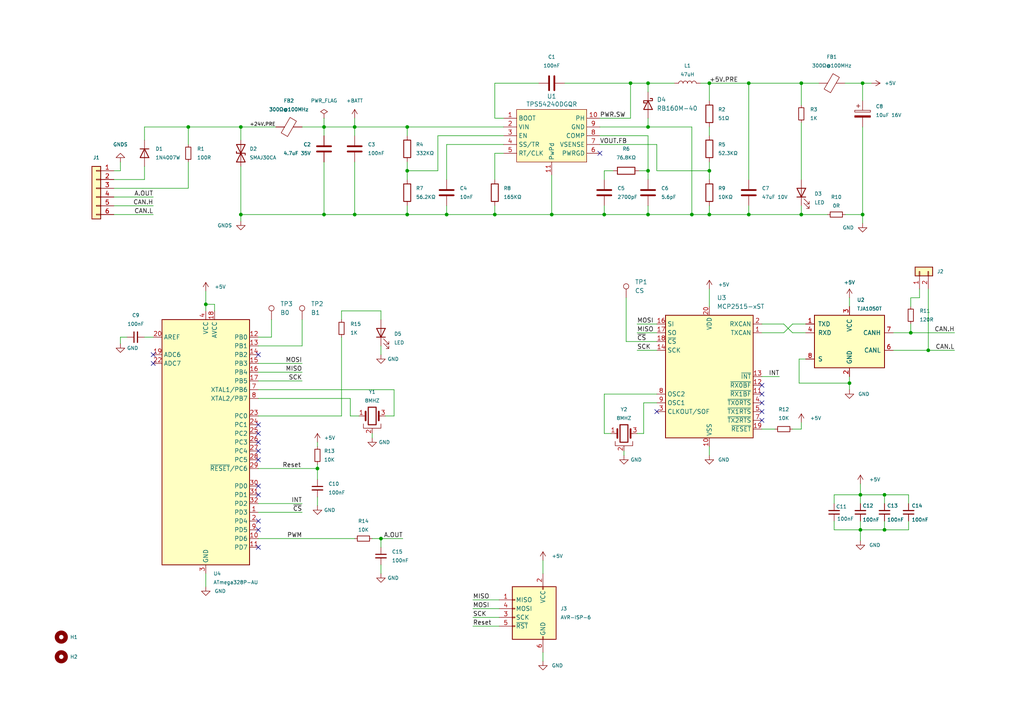
<source format=kicad_sch>
(kicad_sch (version 20231120) (generator "eeschema") (generator_version "8.0")
  (paper "A4")
  (lib_symbols
    (symbol "Arduino_Emulator-rescue:ATmega328P-AU-MCU_Microchip_ATmega-adBlue-rescue"
      (property "Reference" "U" (at -12.7 36.83 0))
      (property "Value" "ATmega328P-AU-MCU_Microchip_ATmega-adBlue-rescue" (at 2.54 -36.83 0))
      (symbol "ATmega328P-AU-MCU_Microchip_ATmega-adBlue-rescue_1_1"
        (pin tri_state line (at 15.24 -20.32 180) (length 2.54) (name "PD3") (number "1"))
        (pin tri_state line (at 15.24 -27.94 180) (length 2.54) (name "PD6") (number "10"))
        (pin tri_state line (at 15.24 -30.48 180) (length 2.54) (name "PD7") (number "11"))
        (pin tri_state line (at 15.24 30.48 180) (length 2.54) (name "PB0") (number "12"))
        (pin tri_state line (at 15.24 27.94 180) (length 2.54) (name "PB1") (number "13"))
        (pin tri_state line (at 15.24 25.4 180) (length 2.54) (name "PB2") (number "14"))
        (pin tri_state line (at 15.24 22.86 180) (length 2.54) (name "PB3") (number "15"))
        (pin tri_state line (at 15.24 20.32 180) (length 2.54) (name "PB4") (number "16"))
        (pin tri_state line (at 15.24 17.78 180) (length 2.54) (name "PB5") (number "17"))
        (pin power_in line (at 2.54 38.1 270) (length 2.54) (name "AVCC") (number "18"))
        (pin input line (at -15.24 25.4 0) (length 2.54) (name "ADC6") (number "19"))
        (pin tri_state line (at 15.24 -22.86 180) (length 2.54) (name "PD4") (number "2"))
        (pin passive line (at -15.24 30.48 0) (length 2.54) (name "AREF") (number "20"))
        (pin passive line (at 0 -38.1 90) (length 2.54) hide (name "GND") (number "21"))
        (pin input line (at -15.24 22.86 0) (length 2.54) (name "ADC7") (number "22"))
        (pin tri_state line (at 15.24 7.62 180) (length 2.54) (name "PC0") (number "23"))
        (pin tri_state line (at 15.24 5.08 180) (length 2.54) (name "PC1") (number "24"))
        (pin tri_state line (at 15.24 2.54 180) (length 2.54) (name "PC2") (number "25"))
        (pin tri_state line (at 15.24 0 180) (length 2.54) (name "PC3") (number "26"))
        (pin tri_state line (at 15.24 -2.54 180) (length 2.54) (name "PC4") (number "27"))
        (pin tri_state line (at 15.24 -5.08 180) (length 2.54) (name "PC5") (number "28"))
        (pin tri_state line (at 15.24 -7.62 180) (length 2.54) (name "~{RESET}/PC6") (number "29"))
        (pin power_in line (at 0 -38.1 90) (length 2.54) (name "GND") (number "3"))
        (pin tri_state line (at 15.24 -12.7 180) (length 2.54) (name "PD0") (number "30"))
        (pin tri_state line (at 15.24 -15.24 180) (length 2.54) (name "PD1") (number "31"))
        (pin tri_state line (at 15.24 -17.78 180) (length 2.54) (name "PD2") (number "32"))
        (pin power_in line (at 0 38.1 270) (length 2.54) (name "VCC") (number "4"))
        (pin passive line (at 0 -38.1 90) (length 2.54) hide (name "GND") (number "5"))
        (pin passive line (at 0 38.1 270) (length 2.54) hide (name "VCC") (number "6"))
        (pin tri_state line (at 15.24 15.24 180) (length 2.54) (name "XTAL1/PB6") (number "7"))
        (pin tri_state line (at 15.24 12.7 180) (length 2.54) (name "XTAL2/PB7") (number "8"))
        (pin tri_state line (at 15.24 -25.4 180) (length 2.54) (name "PD5") (number "9"))
      )
    )
    (symbol "Arduino_Emulator-rescue:AVR-ISP-6-Connector-adBlue-rescue" (pin_names (offset 1.016))
      (property "Reference" "J" (at 0 10.16 0))
      (property "Value" "AVR-ISP-6-Connector-adBlue-rescue" (at 0 -7.62 0))
      (symbol "AVR-ISP-6-Connector-adBlue-rescue_1_1"
        (pin passive line (at 10.16 5.08 180) (length 3.81) (name "MISO") (number "1"))
        (pin power_in line (at -2.54 12.7 270) (length 3.81) (name "VCC") (number "2"))
        (pin passive line (at 10.16 0 180) (length 3.81) (name "SCK") (number "3"))
        (pin passive line (at 10.16 2.54 180) (length 3.81) (name "MOSI") (number "4"))
        (pin passive line (at 10.16 -2.54 180) (length 3.81) (name "~{RST}") (number "5"))
        (pin power_in line (at -2.54 -10.16 90) (length 3.81) (name "GND") (number "6"))
      )
    )
    (symbol "Connector:TestPoint" (pin_numbers hide) (pin_names (offset 0.762) hide)
      (property "Reference" "TP" (at 0 6.858 0))
      (property "Value" "TestPoint" (at 0 5.08 0))
      (symbol "TestPoint_1_1"
        (pin passive line (at 0 0 90) (length 2.54) (name "1") (number "1"))
      )
    )
    (symbol "Connector_Generic:Conn_01x02" (pin_names (offset 1.016) hide)
      (property "Reference" "J" (at 0 2.54 0))
      (property "Value" "Conn_01x02" (at 0 -5.08 0))
      (symbol "Conn_01x02_1_1"
        (pin passive line (at -5.08 0 0) (length 3.81) (name "Pin_1") (number "1"))
        (pin passive line (at -5.08 -2.54 0) (length 3.81) (name "Pin_2") (number "2"))
      )
    )
    (symbol "Connector_Generic:Conn_01x06" (pin_names (offset 1.016) hide)
      (property "Reference" "J" (at 0 7.62 0))
      (property "Value" "Conn_01x06" (at 0 -10.16 0))
      (symbol "Conn_01x06_1_1"
        (pin passive line (at -5.08 5.08 0) (length 3.81) (name "Pin_1") (number "1"))
        (pin passive line (at -5.08 2.54 0) (length 3.81) (name "Pin_2") (number "2"))
        (pin passive line (at -5.08 0 0) (length 3.81) (name "Pin_3") (number "3"))
        (pin passive line (at -5.08 -2.54 0) (length 3.81) (name "Pin_4") (number "4"))
        (pin passive line (at -5.08 -5.08 0) (length 3.81) (name "Pin_5") (number "5"))
        (pin passive line (at -5.08 -7.62 0) (length 3.81) (name "Pin_6") (number "6"))
      )
    )
    (symbol "Device:C" (pin_numbers hide) (pin_names (offset 0.254))
      (property "Reference" "C" (at 0.635 2.54 0))
      (property "Value" "C" (at 0.635 -2.54 0))
      (symbol "C_1_1"
        (pin passive line (at 0 3.81 270) (length 2.794) (name "~") (number "1"))
        (pin passive line (at 0 -3.81 90) (length 2.794) (name "~") (number "2"))
      )
    )
    (symbol "Device:C_Polarized" (pin_numbers hide) (pin_names (offset 0.254))
      (property "Reference" "C" (at 0.635 2.54 0))
      (property "Value" "C_Polarized" (at 0.635 -2.54 0))
      (symbol "C_Polarized_1_1"
        (pin passive line (at 0 3.81 270) (length 2.794) (name "~") (number "1"))
        (pin passive line (at 0 -3.81 90) (length 2.794) (name "~") (number "2"))
      )
    )
    (symbol "Device:C_Small" (pin_numbers hide) (pin_names (offset 0.254) hide)
      (property "Reference" "C" (at 0.254 1.778 0))
      (property "Value" "C_Small" (at 0.254 -2.032 0))
      (symbol "C_Small_1_1"
        (pin passive line (at 0 2.54 270) (length 2.032) (name "~") (number "1"))
        (pin passive line (at 0 -2.54 90) (length 2.032) (name "~") (number "2"))
      )
    )
    (symbol "Device:Crystal_GND2" (pin_names (offset 1.016) hide)
      (property "Reference" "Y" (at 0 5.715 0))
      (property "Value" "Crystal_GND2" (at 0 3.81 0))
      (symbol "Crystal_GND2_1_1"
        (pin passive line (at -3.81 0 0) (length 1.27) (name "1") (number "1"))
        (pin passive line (at 0 -5.08 90) (length 1.27) (name "2") (number "2"))
        (pin passive line (at 3.81 0 180) (length 1.27) (name "3") (number "3"))
      )
    )
    (symbol "Device:D" (pin_numbers hide) (pin_names (offset 1.016) hide)
      (property "Reference" "D" (at 0 2.54 0))
      (property "Value" "D" (at 0 -2.54 0))
      (symbol "D_1_1"
        (pin passive line (at -3.81 0 0) (length 2.54) (name "K") (number "1"))
        (pin passive line (at 3.81 0 180) (length 2.54) (name "A") (number "2"))
      )
    )
    (symbol "Device:D_Schottky" (pin_numbers hide) (pin_names (offset 1.016) hide)
      (property "Reference" "D" (at 0 2.54 0))
      (property "Value" "D_Schottky" (at 0 -2.54 0))
      (symbol "D_Schottky_1_1"
        (pin passive line (at -3.81 0 0) (length 2.54) (name "K") (number "1"))
        (pin passive line (at 3.81 0 180) (length 2.54) (name "A") (number "2"))
      )
    )
    (symbol "Device:D_TVS" (pin_numbers hide) (pin_names (offset 1.016) hide)
      (property "Reference" "D" (at 0 2.54 0))
      (property "Value" "D_TVS" (at 0 -2.54 0))
      (symbol "D_TVS_1_1"
        (pin passive line (at -3.81 0 0) (length 2.54) (name "A1") (number "1"))
        (pin passive line (at 3.81 0 180) (length 2.54) (name "A2") (number "2"))
      )
    )
    (symbol "Device:FerriteBead" (pin_numbers hide) (pin_names (offset 0))
      (property "Reference" "FB" (at -3.81 0.635 90))
      (property "Value" "FerriteBead" (at 3.81 0 90))
      (symbol "FerriteBead_1_1"
        (pin passive line (at 0 3.81 270) (length 2.54) (name "~") (number "1"))
        (pin passive line (at 0 -3.81 90) (length 2.54) (name "~") (number "2"))
      )
    )
    (symbol "Device:L" (pin_numbers hide) (pin_names (offset 1.016) hide)
      (property "Reference" "L" (at -1.27 0 90))
      (property "Value" "L" (at 1.905 0 90))
      (symbol "L_1_1"
        (pin passive line (at 0 3.81 270) (length 1.27) (name "1") (number "1"))
        (pin passive line (at 0 -3.81 90) (length 1.27) (name "2") (number "2"))
      )
    )
    (symbol "Device:LED" (pin_numbers hide) (pin_names (offset 1.016) hide)
      (property "Reference" "D" (at 0 2.54 0))
      (property "Value" "LED" (at 0 -2.54 0))
      (symbol "LED_1_1"
        (pin passive line (at -3.81 0 0) (length 2.54) (name "K") (number "1"))
        (pin passive line (at 3.81 0 180) (length 2.54) (name "A") (number "2"))
      )
    )
    (symbol "Device:R" (pin_numbers hide) (pin_names (offset 0))
      (property "Reference" "R" (at 2.032 0 90))
      (property "Value" "R" (at 0 0 90))
      (symbol "R_1_1"
        (pin passive line (at 0 3.81 270) (length 1.27) (name "~") (number "1"))
        (pin passive line (at 0 -3.81 90) (length 1.27) (name "~") (number "2"))
      )
    )
    (symbol "Device:R_Small" (pin_numbers hide) (pin_names (offset 0.254) hide)
      (property "Reference" "R" (at 0.762 0.508 0))
      (property "Value" "R_Small" (at 0.762 -1.016 0))
      (symbol "R_Small_1_1"
        (pin passive line (at 0 2.54 270) (length 0.762) (name "~") (number "1"))
        (pin passive line (at 0 -2.54 90) (length 0.762) (name "~") (number "2"))
      )
    )
    (symbol "Interface_CAN_LIN:MCP2515-xST"
      (property "Reference" "U" (at -10.16 19.685 0))
      (property "Value" "MCP2515-xST" (at 19.05 20.32 0))
      (symbol "MCP2515-xST_1_1"
        (pin output line (at 15.24 12.7 180) (length 2.54) (name "TXCAN") (number "1"))
        (pin power_in line (at 0 -20.32 90) (length 2.54) (name "VSS") (number "10"))
        (pin output line (at 15.24 -5.08 180) (length 2.54) (name "~{RX1BF}") (number "11"))
        (pin output line (at 15.24 -2.54 180) (length 2.54) (name "~{RX0BF}") (number "12"))
        (pin output line (at 15.24 0 180) (length 2.54) (name "~{INT}") (number "13"))
        (pin input line (at -15.24 7.62 0) (length 2.54) (name "SCK") (number "14"))
        (pin no_connect line (at -12.7 -2.54 0) (length 2.54) hide (name "NC") (number "15"))
        (pin input line (at -15.24 15.24 0) (length 2.54) (name "SI") (number "16"))
        (pin output line (at -15.24 12.7 0) (length 2.54) (name "SO") (number "17"))
        (pin input line (at -15.24 10.16 0) (length 2.54) (name "~{CS}") (number "18"))
        (pin input line (at 15.24 -15.24 180) (length 2.54) (name "~{RESET}") (number "19"))
        (pin input line (at 15.24 15.24 180) (length 2.54) (name "RXCAN") (number "2"))
        (pin power_in line (at 0 20.32 270) (length 2.54) (name "VDD") (number "20"))
        (pin output line (at -15.24 -10.16 0) (length 2.54) (name "CLKOUT/SOF") (number "3"))
        (pin input line (at 15.24 -7.62 180) (length 2.54) (name "~{TX0RTS}") (number "4"))
        (pin input line (at 15.24 -10.16 180) (length 2.54) (name "~{TX1RTS}") (number "5"))
        (pin no_connect line (at -12.7 0 0) (length 2.54) hide (name "NC") (number "6"))
        (pin input line (at 15.24 -12.7 180) (length 2.54) (name "~{TX2RTS}") (number "7"))
        (pin output line (at -15.24 -5.08 0) (length 2.54) (name "OSC2") (number "8"))
        (pin input line (at -15.24 -7.62 0) (length 2.54) (name "OSC1") (number "9"))
      )
    )
    (symbol "Interface_CAN_LIN:TJA1051T" (pin_names (offset 1.016))
      (property "Reference" "U" (at -10.16 8.89 0))
      (property "Value" "TJA1051T" (at 1.27 8.89 0))
      (symbol "TJA1051T_1_1"
        (pin input line (at -12.7 5.08 0) (length 2.54) (name "TXD") (number "1"))
        (pin power_in line (at 0 -10.16 90) (length 2.54) (name "GND") (number "2"))
        (pin power_in line (at 0 10.16 270) (length 2.54) (name "VCC") (number "3"))
        (pin output line (at -12.7 2.54 0) (length 2.54) (name "RXD") (number "4"))
        (pin no_connect line (at -12.7 -2.54 0) (length 2.54) hide (name "n.c.") (number "5"))
        (pin bidirectional line (at 12.7 -2.54 180) (length 2.54) (name "CANL") (number "6"))
        (pin bidirectional line (at 12.7 2.54 180) (length 2.54) (name "CANH") (number "7"))
        (pin input line (at -12.7 -5.08 0) (length 2.54) (name "S") (number "8"))
      )
    )
    (symbol "Mechanical:MountingHole" (pin_names (offset 1.016))
      (property "Reference" "H" (at 0 5.08 0))
      (property "Value" "MountingHole" (at 0 3.175 0))
    )
    (symbol "TPS54240_StepDown:TPS54240"
      (property "Reference" "U" (at 0 9.906 0))
      (property "Value" "TPS54240DGQR" (at 0 0 0))
      (symbol "TPS54240_1_1"
        (pin input line (at -13.97 5.08 0) (length 3.81) (name "BOOT") (number "1"))
        (pin output line (at 13.97 5.08 180) (length 3.81) (name "PH") (number "10"))
        (pin power_in line (at 0 -11.43 90) (length 3.81) (name "PwPd") (number "11"))
        (pin power_in line (at -13.97 2.54 0) (length 3.81) (name "VIN") (number "2"))
        (pin input line (at -13.97 0 0) (length 3.81) (name "EN") (number "3"))
        (pin input line (at -13.97 -2.54 0) (length 3.81) (name "SS/TR") (number "4"))
        (pin input line (at -13.97 -5.08 0) (length 3.81) (name "RT/CLK") (number "5"))
        (pin open_collector line (at 13.97 -5.08 180) (length 3.81) (name "PWRGD") (number "6"))
        (pin input line (at 13.97 -2.54 180) (length 3.81) (name "VSENSE") (number "7"))
        (pin input line (at 13.97 0 180) (length 3.81) (name "COMP") (number "8"))
        (pin power_in line (at 13.97 2.54 180) (length 3.81) (name "GND") (number "9"))
      )
    )
    (symbol "power:+5V" (power) (pin_names (offset 0))
      (property "Value" "+5V" (at 0 3.556 0))
      (symbol "+5V_1_1"
        (pin power_in line (at 0 0 90) (length 0) hide (name "+5V") (number "1"))
      )
    )
    (symbol "power:+BATT" (power) (pin_names (offset 0))
      (property "Value" "+BATT" (at 0 3.556 0))
      (symbol "+BATT_1_1"
        (pin power_in line (at 0 0 90) (length 0) hide (name "+BATT") (number "1"))
      )
    )
    (symbol "power:GND" (power) (pin_names (offset 0))
      (property "Value" "GND" (at 0 -3.81 0))
      (symbol "GND_1_1"
        (pin power_in line (at 0 0 270) (length 0) hide (name "GND") (number "1"))
      )
    )
    (symbol "power:GNDS" (power) (pin_names (offset 0))
      (property "Value" "GNDS" (at 0 -3.81 0))
      (symbol "GNDS_1_1"
        (pin power_in line (at 0 0 270) (length 0) hide (name "GNDS") (number "1"))
      )
    )
    (symbol "power:PWR_FLAG" (power) (pin_numbers hide) (pin_names (offset 0) hide)
      (property "Value" "PWR_FLAG" (at 0 3.81 0))
      (symbol "PWR_FLAG_0_0"
        (pin power_out line (at 0 0 90) (length 0) (name "pwr") (number "1"))
      )
    )
  )
  (junction (at 256.54 153.67))
  (junction (at 129.54 62.23))
  (junction (at 93.98 36.83))
  (junction (at 93.98 62.23))
  (junction (at 249.555 143.51))
  (junction (at 118.11 62.23))
  (junction (at 246.38 111.125))
  (junction (at 110.49 156.21))
  (junction (at 250.19 62.23))
  (junction (at 269.24 101.6))
  (junction (at 187.96 36.83))
  (junction (at 187.96 49.53))
  (junction (at 200.66 62.23))
  (junction (at 205.74 24.13))
  (junction (at 102.87 36.83))
  (junction (at 54.61 36.83))
  (junction (at 118.11 49.53))
  (junction (at 59.69 88.265))
  (junction (at 182.88 24.13))
  (junction (at 69.85 62.23))
  (junction (at 256.54 143.51))
  (junction (at 143.51 62.23))
  (junction (at 264.16 96.52))
  (junction (at 205.74 62.23))
  (junction (at 217.17 24.13))
  (junction (at 232.41 24.13))
  (junction (at 118.11 36.83))
  (junction (at 175.26 62.23))
  (junction (at 187.96 62.23))
  (junction (at 205.74 49.53))
  (junction (at 232.41 62.23))
  (junction (at 250.19 24.13))
  (junction (at 217.17 62.23))
  (junction (at 160.02 62.23))
  (junction (at 102.87 62.23))
  (junction (at 187.96 24.13))
  (junction (at 69.85 36.83))
  (junction (at 249.555 153.67))
  (junction (at 92.075 135.89))
  (no_connect (at 74.93 153.67))
  (no_connect (at 190.5 119.38))
  (no_connect (at 74.93 128.27))
  (no_connect (at 74.93 130.81))
  (no_connect (at 173.99 44.45))
  (no_connect (at 44.45 102.87))
  (no_connect (at 74.93 125.73))
  (no_connect (at 220.98 111.76))
  (no_connect (at 74.93 102.87))
  (no_connect (at 220.98 121.92))
  (no_connect (at 74.93 123.19))
  (no_connect (at 44.45 105.41))
  (no_connect (at 74.93 143.51))
  (no_connect (at 74.93 133.35))
  (no_connect (at 220.98 114.3))
  (no_connect (at 220.98 116.84))
  (no_connect (at 74.93 151.13))
  (no_connect (at 220.98 119.38))
  (no_connect (at 74.93 140.97))
  (no_connect (at 74.93 158.75))
  (wire (pts (xy 143.51 44.45) (xy 146.05 44.45)))
  (wire (pts (xy 36.83 97.79) (xy 34.925 97.79)))
  (wire (pts (xy 74.93 135.89) (xy 92.075 135.89)))
  (wire (pts (xy 102.87 34.29) (xy 102.87 36.83)))
  (wire (pts (xy 74.93 110.49) (xy 87.63 110.49)))
  (wire (pts (xy 231.775 111.125) (xy 231.775 104.14)))
  (wire (pts (xy 69.85 48.26) (xy 69.85 62.23)))
  (wire (pts (xy 266.7 83.82) (xy 266.7 86.36)))
  (wire (pts (xy 205.74 29.21) (xy 205.74 24.13)))
  (wire (pts (xy 229.87 96.52) (xy 233.68 96.52)))
  (wire (pts (xy 205.74 132.08) (xy 205.74 129.54)))
  (wire (pts (xy 186.69 125.73) (xy 184.785 125.73)))
  (wire (pts (xy 249.555 143.51) (xy 249.555 146.05)))
  (wire (pts (xy 92.075 128.27) (xy 92.075 129.54)))
  (wire (pts (xy 74.93 156.21) (xy 102.87 156.21)))
  (wire (pts (xy 180.975 132.08) (xy 180.975 130.81)))
  (wire (pts (xy 41.91 36.83) (xy 54.61 36.83)))
  (wire (pts (xy 143.51 59.69) (xy 143.51 62.23)))
  (wire (pts (xy 99.06 120.65) (xy 99.06 97.79)))
  (wire (pts (xy 92.075 134.62) (xy 92.075 135.89)))
  (wire (pts (xy 232.41 124.46) (xy 232.41 122.555)))
  (wire (pts (xy 54.61 36.83) (xy 54.61 41.91)))
  (wire (pts (xy 256.54 143.51) (xy 256.54 146.05)))
  (wire (pts (xy 69.85 62.23) (xy 93.98 62.23)))
  (wire (pts (xy 187.96 24.13) (xy 187.96 26.67)))
  (wire (pts (xy 41.91 36.83) (xy 41.91 40.64)))
  (wire (pts (xy 246.38 111.125) (xy 246.38 113.03)))
  (wire (pts (xy 41.91 52.07) (xy 41.91 48.26)))
  (wire (pts (xy 93.98 46.99) (xy 93.98 62.23)))
  (wire (pts (xy 129.54 41.91) (xy 146.05 41.91)))
  (wire (pts (xy 187.96 59.69) (xy 187.96 62.23)))
  (wire (pts (xy 245.11 24.13) (xy 250.19 24.13)))
  (wire (pts (xy 33.02 52.07) (xy 41.91 52.07)))
  (wire (pts (xy 229.87 93.98) (xy 227.33 96.52)))
  (wire (pts (xy 249.555 156.845) (xy 249.555 153.67)))
  (wire (pts (xy 33.02 54.61) (xy 54.61 54.61)))
  (wire (pts (xy 127 49.53) (xy 118.11 49.53)))
  (wire (pts (xy 118.11 59.69) (xy 118.11 62.23)))
  (wire (pts (xy 224.79 124.46) (xy 220.98 124.46)))
  (wire (pts (xy 205.74 39.37) (xy 205.74 36.83)))
  (wire (pts (xy 229.87 124.46) (xy 232.41 124.46)))
  (wire (pts (xy 101.6 115.57) (xy 101.6 120.65)))
  (wire (pts (xy 266.7 86.36) (xy 264.16 86.36)))
  (wire (pts (xy 74.93 105.41) (xy 87.63 105.41)))
  (wire (pts (xy 250.19 62.23) (xy 250.19 64.77)))
  (wire (pts (xy 110.49 163.83) (xy 110.49 166.37)))
  (wire (pts (xy 205.74 46.99) (xy 205.74 49.53)))
  (wire (pts (xy 232.41 35.56) (xy 232.41 52.07)))
  (wire (pts (xy 203.2 24.13) (xy 205.74 24.13)))
  (wire (pts (xy 78.74 97.79) (xy 74.93 97.79)))
  (wire (pts (xy 187.96 49.53) (xy 187.96 52.07)))
  (wire (pts (xy 184.785 96.52) (xy 190.5 96.52)))
  (wire (pts (xy 231.775 104.14) (xy 233.68 104.14)))
  (wire (pts (xy 205.74 49.53) (xy 205.74 52.07)))
  (wire (pts (xy 249.555 143.51) (xy 241.935 143.51)))
  (wire (pts (xy 74.93 120.65) (xy 99.06 120.65)))
  (wire (pts (xy 175.26 114.3) (xy 175.26 125.73)))
  (wire (pts (xy 256.54 153.67) (xy 256.54 151.13)))
  (wire (pts (xy 127 39.37) (xy 127 49.53)))
  (wire (pts (xy 143.51 52.07) (xy 143.51 44.45)))
  (wire (pts (xy 41.91 97.79) (xy 44.45 97.79)))
  (wire (pts (xy 59.69 88.265) (xy 59.69 90.17)))
  (wire (pts (xy 264.16 86.36) (xy 264.16 88.9)))
  (wire (pts (xy 185.42 49.53) (xy 187.96 49.53)))
  (wire (pts (xy 74.93 107.95) (xy 87.63 107.95)))
  (wire (pts (xy 175.26 49.53) (xy 177.8 49.53)))
  (wire (pts (xy 181.61 86.36) (xy 181.61 99.06)))
  (wire (pts (xy 157.48 189.23) (xy 157.48 191.77)))
  (wire (pts (xy 93.98 62.23) (xy 102.87 62.23)))
  (wire (pts (xy 173.99 39.37) (xy 187.96 39.37)))
  (wire (pts (xy 200.66 36.83) (xy 200.66 62.23)))
  (wire (pts (xy 101.6 115.57) (xy 74.93 115.57)))
  (wire (pts (xy 205.74 59.69) (xy 205.74 62.23)))
  (wire (pts (xy 217.17 59.69) (xy 217.17 62.23)))
  (wire (pts (xy 33.02 62.23) (xy 44.45 62.23)))
  (wire (pts (xy 233.68 93.98) (xy 229.87 93.98)))
  (wire (pts (xy 205.74 24.13) (xy 217.17 24.13)))
  (wire (pts (xy 217.17 24.13) (xy 232.41 24.13)))
  (wire (pts (xy 269.24 101.6) (xy 276.86 101.6)))
  (wire (pts (xy 54.61 46.99) (xy 54.61 54.61)))
  (wire (pts (xy 249.555 143.51) (xy 256.54 143.51)))
  (wire (pts (xy 74.93 146.05) (xy 87.63 146.05)))
  (wire (pts (xy 118.11 36.83) (xy 146.05 36.83)))
  (wire (pts (xy 264.16 93.98) (xy 264.16 96.52)))
  (wire (pts (xy 217.17 62.23) (xy 232.41 62.23)))
  (wire (pts (xy 249.555 153.67) (xy 249.555 151.13)))
  (wire (pts (xy 187.96 24.13) (xy 195.58 24.13)))
  (wire (pts (xy 220.98 96.52) (xy 227.33 96.52)))
  (wire (pts (xy 157.48 162.56) (xy 157.48 166.37)))
  (wire (pts (xy 74.93 148.59) (xy 87.63 148.59)))
  (wire (pts (xy 175.26 59.69) (xy 175.26 62.23)))
  (wire (pts (xy 59.69 88.265) (xy 62.23 88.265)))
  (wire (pts (xy 107.95 156.21) (xy 110.49 156.21)))
  (wire (pts (xy 173.99 34.29) (xy 182.88 34.29)))
  (wire (pts (xy 246.38 109.22) (xy 246.38 111.125)))
  (wire (pts (xy 129.54 62.23) (xy 118.11 62.23)))
  (wire (pts (xy 54.61 36.83) (xy 69.85 36.83)))
  (wire (pts (xy 34.925 49.53) (xy 33.02 49.53)))
  (wire (pts (xy 107.95 127) (xy 107.95 125.73)))
  (wire (pts (xy 137.16 173.99) (xy 144.78 173.99)))
  (wire (pts (xy 59.69 84.455) (xy 59.69 88.265)))
  (wire (pts (xy 110.49 156.21) (xy 116.84 156.21)))
  (wire (pts (xy 69.85 36.83) (xy 80.01 36.83)))
  (wire (pts (xy 59.69 170.18) (xy 59.69 166.37)))
  (wire (pts (xy 93.98 39.37) (xy 93.98 36.83)))
  (wire (pts (xy 143.51 62.23) (xy 160.02 62.23)))
  (wire (pts (xy 263.525 146.05) (xy 263.525 143.51)))
  (wire (pts (xy 232.41 59.69) (xy 232.41 62.23)))
  (wire (pts (xy 99.06 90.17) (xy 110.49 90.17)))
  (wire (pts (xy 163.83 24.13) (xy 182.88 24.13)))
  (wire (pts (xy 256.54 153.67) (xy 263.525 153.67)))
  (wire (pts (xy 250.19 24.13) (xy 250.19 29.21)))
  (wire (pts (xy 259.08 101.6) (xy 269.24 101.6)))
  (wire (pts (xy 160.02 62.23) (xy 175.26 62.23)))
  (wire (pts (xy 250.19 24.13) (xy 252.73 24.13)))
  (wire (pts (xy 110.49 100.33) (xy 110.49 102.87)))
  (wire (pts (xy 175.26 49.53) (xy 175.26 52.07)))
  (wire (pts (xy 69.85 62.23) (xy 69.85 64.135)))
  (wire (pts (xy 175.26 62.23) (xy 187.96 62.23)))
  (wire (pts (xy 33.02 57.15) (xy 44.45 57.15)))
  (wire (pts (xy 110.49 156.21) (xy 110.49 158.75)))
  (wire (pts (xy 69.85 36.83) (xy 69.85 40.64)))
  (wire (pts (xy 87.63 100.33) (xy 87.63 92.71)))
  (wire (pts (xy 102.87 36.83) (xy 118.11 36.83)))
  (wire (pts (xy 160.02 50.8) (xy 160.02 62.23)))
  (wire (pts (xy 129.54 59.69) (xy 129.54 62.23)))
  (wire (pts (xy 87.63 36.83) (xy 93.98 36.83)))
  (wire (pts (xy 101.6 120.65) (xy 104.14 120.65)))
  (wire (pts (xy 99.06 92.71) (xy 99.06 90.17)))
  (wire (pts (xy 246.38 86.36) (xy 246.38 88.9)))
  (wire (pts (xy 249.555 140.335) (xy 249.555 143.51)))
  (wire (pts (xy 232.41 24.13) (xy 232.41 30.48)))
  (wire (pts (xy 205.74 83.82) (xy 205.74 88.9)))
  (wire (pts (xy 129.54 52.07) (xy 129.54 41.91)))
  (wire (pts (xy 205.74 62.23) (xy 217.17 62.23)))
  (wire (pts (xy 33.02 59.69) (xy 44.45 59.69)))
  (wire (pts (xy 118.11 62.23) (xy 102.87 62.23)))
  (wire (pts (xy 137.16 179.07) (xy 144.78 179.07)))
  (wire (pts (xy 220.98 93.98) (xy 227.33 93.98)))
  (wire (pts (xy 241.935 153.67) (xy 249.555 153.67)))
  (wire (pts (xy 187.96 39.37) (xy 187.96 49.53)))
  (wire (pts (xy 232.41 24.13) (xy 237.49 24.13)))
  (wire (pts (xy 245.11 62.23) (xy 250.19 62.23)))
  (wire (pts (xy 143.51 24.13) (xy 156.21 24.13)))
  (wire (pts (xy 175.26 125.73) (xy 177.165 125.73)))
  (wire (pts (xy 92.075 146.685) (xy 92.075 144.145)))
  (wire (pts (xy 137.16 181.61) (xy 144.78 181.61)))
  (wire (pts (xy 249.555 153.67) (xy 256.54 153.67)))
  (wire (pts (xy 200.66 36.83) (xy 187.96 36.83)))
  (wire (pts (xy 190.5 49.53) (xy 190.5 41.91)))
  (wire (pts (xy 92.075 135.89) (xy 92.075 139.065)))
  (wire (pts (xy 187.96 34.29) (xy 187.96 36.83)))
  (wire (pts (xy 263.525 151.13) (xy 263.525 153.67)))
  (wire (pts (xy 190.5 116.84) (xy 186.69 116.84)))
  (wire (pts (xy 246.38 111.125) (xy 231.775 111.125)))
  (wire (pts (xy 118.11 36.83) (xy 118.11 39.37)))
  (wire (pts (xy 114.3 120.65) (xy 111.76 120.65)))
  (wire (pts (xy 118.11 49.53) (xy 118.11 52.07)))
  (wire (pts (xy 187.96 36.83) (xy 173.99 36.83)))
  (wire (pts (xy 241.935 143.51) (xy 241.935 146.05)))
  (wire (pts (xy 205.74 49.53) (xy 190.5 49.53)))
  (wire (pts (xy 232.41 62.23) (xy 240.03 62.23)))
  (wire (pts (xy 186.69 116.84) (xy 186.69 125.73)))
  (wire (pts (xy 217.17 24.13) (xy 217.17 52.07)))
  (wire (pts (xy 146.05 39.37) (xy 127 39.37)))
  (wire (pts (xy 269.24 83.82) (xy 269.24 101.6)))
  (wire (pts (xy 93.98 34.29) (xy 93.98 36.83)))
  (wire (pts (xy 256.54 143.51) (xy 263.525 143.51)))
  (wire (pts (xy 181.61 99.06) (xy 190.5 99.06)))
  (wire (pts (xy 182.88 24.13) (xy 187.96 24.13)))
  (wire (pts (xy 264.16 96.52) (xy 276.86 96.52)))
  (wire (pts (xy 102.87 46.99) (xy 102.87 62.23)))
  (wire (pts (xy 114.3 113.03) (xy 74.93 113.03)))
  (wire (pts (xy 78.74 92.71) (xy 78.74 97.79)))
  (wire (pts (xy 62.23 88.265) (xy 62.23 90.17)))
  (wire (pts (xy 110.49 90.17) (xy 110.49 92.71)))
  (wire (pts (xy 200.66 62.23) (xy 205.74 62.23)))
  (wire (pts (xy 146.05 34.29) (xy 143.51 34.29)))
  (wire (pts (xy 184.785 93.98) (xy 190.5 93.98)))
  (wire (pts (xy 187.96 62.23) (xy 200.66 62.23)))
  (wire (pts (xy 118.11 46.99) (xy 118.11 49.53)))
  (wire (pts (xy 143.51 62.23) (xy 129.54 62.23)))
  (wire (pts (xy 34.925 97.79) (xy 34.925 99.695)))
  (wire (pts (xy 102.87 39.37) (xy 102.87 36.83)))
  (wire (pts (xy 93.98 36.83) (xy 102.87 36.83)))
  (wire (pts (xy 190.5 114.3) (xy 175.26 114.3)))
  (wire (pts (xy 182.88 24.13) (xy 182.88 34.29)))
  (wire (pts (xy 137.16 176.53) (xy 144.78 176.53)))
  (wire (pts (xy 114.3 113.03) (xy 114.3 120.65)))
  (wire (pts (xy 227.33 93.98) (xy 229.87 96.52)))
  (wire (pts (xy 143.51 34.29) (xy 143.51 24.13)))
  (wire (pts (xy 173.99 41.91) (xy 190.5 41.91)))
  (wire (pts (xy 220.98 109.22) (xy 226.06 109.22)))
  (wire (pts (xy 259.08 96.52) (xy 264.16 96.52)))
  (wire (pts (xy 74.93 100.33) (xy 87.63 100.33)))
  (wire (pts (xy 241.935 151.13) (xy 241.935 153.67)))
  (wire (pts (xy 250.19 36.83) (xy 250.19 62.23)))
  (wire (pts (xy 34.925 46.99) (xy 34.925 49.53)))
  (wire (pts (xy 184.785 101.6) (xy 190.5 101.6)))
  (label "MOSI" (at 137.16 176.53 0))
  (label "+24V.PRE" (at 72.39 36.83 0) (effects (font (size 1 1))))
  (label "CAN.H" (at 44.45 59.69 180))
  (label "CAN.L" (at 276.86 101.6 180))
  (label "MOSI" (at 184.785 93.98 0))
  (label "CAN.H" (at 276.86 96.52 180))
  (label "A.OUT" (at 44.45 57.15 180))
  (label "+5V.PRE" (at 205.74 24.13 0))
  (label "CAN.L" (at 44.45 62.23 180))
  (label "INT" (at 87.63 146.05 180))
  (label "PWR.SW" (at 173.99 34.29 0))
  (label "A.OUT" (at 116.84 156.21 180))
  (label "SCK" (at 87.63 110.49 180))
  (label "Reset" (at 81.915 135.89 0))
  (label "VOUT.FB" (at 173.99 41.91 0))
  (label "MOSI" (at 87.63 105.41 180))
  (label "~{CS}" (at 184.785 99.06 0))
  (label "SCK" (at 184.785 101.6 0))
  (label "PWM" (at 87.63 156.21 180))
  (label "INT" (at 226.06 109.22 180))
  (label "MISO" (at 137.16 173.99 0))
  (label "Reset" (at 137.16 181.61 0))
  (label "MISO" (at 184.785 96.52 0))
  (label "MISO" (at 87.63 107.95 180))
  (label "SCK" (at 137.16 179.07 0))
  (label "~{CS}" (at 87.63 148.59 180))
  (symbol (lib_id "Interface_CAN_LIN:TJA1051T") (at 246.38 99.06 0) (unit 1)
    (property "Reference" "U2" (at 248.5741 86.995 0) (effects (font (size 1.016 1.016)) (justify left)))
    (property "Value" "TJA1050T" (at 248.5741 89.535 0) (effects (font (size 1.016 1.016)) (justify left)))
    (property "Footprint" "Package_SO:SOIC-8_3.9x4.9mm_P1.27mm" (effects (hide yes)))
    (property "Datasheet" "https://www.nxp.com/docs/en/data-sheet/TJA1051.pdf" (effects (hide yes)))
    (property "LCSC" "C6952" (effects (hide yes)))
  )
  (symbol (lib_id "Device:R_Small") (at 264.16 91.44 0) (unit 1)
    (property "Reference" "R11" (at 266.7 90.1699 0) (effects (font (size 1.016 1.016)) (justify left)))
    (property "Value" "120R" (at 266.7 92.7099 0) (effects (font (size 1.016 1.016)) (justify left)))
    (property "Footprint" "Resistor_SMD:R_0805_2012Metric" (effects (hide yes)))
    (property "LCSC" "C17437" (effects (hide yes)))
  )
  (symbol (lib_id "Connector_Generic:Conn_01x02") (at 266.7 78.74 90) (unit 1) (in_bom no)
    (property "Reference" "J2" (at 271.78 78.7399 90) (effects (font (size 1.016 1.016)) (justify right)))
    (property "Value" "Conn_01x02" (effects (hide yes)))
    (property "Footprint" "Jumper:SolderJumper-2_P1.3mm_Open_RoundedPad1.0x1.5mm" (effects (hide yes)))
  )
  (symbol (lib_id "power:GND") (at 250.19 64.77 0) (unit 1)
    (property "Reference" "#PWR04" (effects (hide yes)))
    (property "Value" "GND" (at 247.65 66.0399 0) (effects (font (size 1.016 1.016)) (justify right)))
  )
  (symbol (lib_id "Device:R_Small") (at 242.57 62.23 270) (unit 1)
    (property "Reference" "R10" (at 242.57 57.15 90) (effects (font (size 1.016 1.016))))
    (property "Value" "0R" (at 242.57 59.69 90) (effects (font (size 1.016 1.016))))
    (property "Footprint" "Resistor_SMD:R_0402_1005Metric" (effects (hide yes)))
    (property "LCSC" "C17168" (effects (hide yes)))
  )
  (symbol (lib_id "power:GNDS") (at 69.85 64.135 0) (unit 1)
    (property "Reference" "#PWR05" (effects (hide yes)))
    (property "Value" "GNDS" (at 67.31 65.4049 0) (effects (font (size 1.016 1.016)) (justify right)))
  )
  (symbol (lib_id "power:GND") (at 246.38 113.03 0) (unit 1)
    (property "Reference" "#PWR010" (effects (hide yes)))
    (property "Value" "GND" (at 248.92 114.2999 0) (effects (font (size 1.016 1.016)) (justify left)))
  )
  (symbol (lib_id "power:+5V") (at 246.38 86.36 0) (unit 1)
    (property "Reference" "#PWR08" (effects (hide yes)))
    (property "Value" "+5V" (at 246.38 81.915 0) (effects (font (size 1.016 1.016))))
  )
  (symbol (lib_id "power:+5V") (at 205.74 83.82 0) (unit 1)
    (property "Reference" "#PWR07" (effects (hide yes)))
    (property "Value" "+5V" (at 208.28 82.5499 0) (effects (font (size 1.016 1.016)) (justify left)))
  )
  (symbol (lib_id "power:GND") (at 205.74 132.08 0) (unit 1)
    (property "Reference" "#PWR015" (effects (hide yes)))
    (property "Value" "GND" (at 208.28 133.3499 0) (effects (font (size 1.016 1.016)) (justify left)))
  )
  (symbol (lib_id "Device:C_Small") (at 241.935 148.59 180) (unit 1)
    (property "Reference" "C11" (at 245.618 146.939 0) (effects (font (size 1.016 1.016)) (justify left)))
    (property "Value" "100nF" (at 247.65 150.495 0) (effects (font (size 1.016 1.016)) (justify left)))
    (property "Footprint" "Capacitor_SMD:C_0402_1005Metric" (effects (hide yes)))
    (property "LCSC" "C77020" (effects (hide yes)))
  )
  (symbol (lib_id "Device:C_Small") (at 249.555 148.59 180) (unit 1)
    (property "Reference" "C12" (at 250.19 146.685 0) (effects (font (size 1.016 1.016)) (justify right)))
    (property "Value" "100nF" (at 250.19 150.749 0) (effects (font (size 1.016 1.016)) (justify right)))
    (property "Footprint" "Capacitor_SMD:C_0402_1005Metric" (effects (hide yes)))
    (property "LCSC" "C77020" (effects (hide yes)))
  )
  (symbol (lib_id "Device:C_Small") (at 256.54 148.59 180) (unit 1)
    (property "Reference" "C13" (at 257.302 146.685 0) (effects (font (size 1.016 1.016)) (justify right)))
    (property "Value" "100nF" (at 257.302 150.749 0) (effects (font (size 1.016 1.016)) (justify right)))
    (property "Footprint" "Capacitor_SMD:C_0402_1005Metric" (effects (hide yes)))
    (property "LCSC" "C77020" (effects (hide yes)))
  )
  (symbol (lib_id "power:GND") (at 249.555 156.845 0) (unit 1)
    (property "Reference" "#PWR020" (effects (hide yes)))
    (property "Value" "GND" (at 252.095 158.1149 0) (effects (font (size 1.016 1.016)) (justify left)))
  )
  (symbol (lib_id "power:+5V") (at 249.555 140.335 0) (unit 1)
    (property "Reference" "#PWR018" (effects (hide yes)))
    (property "Value" "+5V" (at 252.095 139.0649 0) (effects (font (size 1.016 1.016)) (justify left)))
  )
  (symbol (lib_id "Arduino_Emulator-rescue:ATmega328P-AU-MCU_Microchip_ATmega-adBlue-rescue") (at 59.69 128.27 0) (unit 1)
    (property "Reference" "U4" (at 61.8841 166.37 0) (effects (font (size 1.016 1.016)) (justify left)))
    (property "Value" "ATmega328P-AU" (at 61.8841 168.91 0) (effects (font (size 1.016 1.016)) (justify left)))
    (property "Footprint" "Package_QFP:TQFP-32_7x7mm_P0.8mm" (effects (hide yes)))
    (property "Datasheet" "http://ww1.microchip.com/downloads/en/DeviceDoc/ATmega328_P%20AVR%20MCU%20with%20picoPower%20Technology%20Data%20Sheet%2040001984A.pdf" (effects (hide yes)))
    (property "LCSC" "C14877" (effects (hide yes)))
  )
  (symbol (lib_id "Device:LED") (at 232.41 55.88 90) (unit 1)
    (property "Reference" "D3" (at 236.22 56.1974 90) (effects (font (size 1.016 1.016)) (justify right)))
    (property "Value" "LED" (at 236.22 58.7374 90) (effects (font (size 1.016 1.016)) (justify right)))
    (property "Footprint" "LED_SMD:LED_0402_1005Metric" (effects (hide yes)))
  )
  (symbol (lib_id "Device:R_Small") (at 232.41 33.02 0) (unit 1)
    (property "Reference" "R3" (at 234.95 31.7499 0) (effects (font (size 1.016 1.016)) (justify left)))
    (property "Value" "1K" (at 234.95 34.2899 0) (effects (font (size 1.016 1.016)) (justify left)))
    (property "Footprint" "Resistor_SMD:R_0402_1005Metric" (effects (hide yes)))
    (property "LCSC" "C11702" (effects (hide yes)))
  )
  (symbol (lib_id "power:+5V") (at 59.69 84.455 0) (unit 1)
    (property "Reference" "#PWR06" (effects (hide yes)))
    (property "Value" "+5V" (at 62.23 83.1849 0) (effects (font (size 1.016 1.016)) (justify left)))
  )
  (symbol (lib_id "power:GND") (at 59.69 170.18 0) (unit 1)
    (property "Reference" "#PWR019" (effects (hide yes)))
    (property "Value" "GND" (at 62.23 171.4499 0) (effects (font (size 1.016 1.016)) (justify left)))
  )
  (symbol (lib_id "Device:C_Small") (at 39.37 97.79 90) (unit 1)
    (property "Reference" "C9" (at 39.3763 91.44 90) (effects (font (size 1.016 1.016))))
    (property "Value" "100nF" (at 39.3763 93.98 90) (effects (font (size 1.016 1.016))))
    (property "Footprint" "Capacitor_SMD:C_0402_1005Metric" (effects (hide yes)))
    (property "LCSC" "C77020" (effects (hide yes)))
  )
  (symbol (lib_id "power:GND") (at 34.925 99.695 0) (unit 1)
    (property "Reference" "#PWR09" (effects (hide yes)))
    (property "Value" "GND" (at 36.83 100.9649 0) (effects (font (size 1.016 1.016)) (justify left)))
  )
  (symbol (lib_id "Device:C_Small") (at 92.075 141.605 0) (unit 1)
    (property "Reference" "C10" (at 95.25 140.3412 0) (effects (font (size 1.016 1.016)) (justify left)))
    (property "Value" "100nF" (at 95.25 142.8812 0) (effects (font (size 1.016 1.016)) (justify left)))
    (property "Footprint" "Capacitor_SMD:C_0402_1005Metric" (effects (hide yes)))
    (property "LCSC" "C77020" (effects (hide yes)))
  )
  (symbol (lib_id "power:GND") (at 92.075 146.685 0) (mirror y) (unit 1)
    (property "Reference" "#PWR016" (effects (hide yes)))
    (property "Value" "GND" (at 93.98 147.9549 0) (effects (font (size 1.016 1.016)) (justify right)))
  )
  (symbol (lib_id "Device:R_Small") (at 92.075 132.08 180) (unit 1)
    (property "Reference" "R13" (at 93.98 130.8099 0) (effects (font (size 1.016 1.016)) (justify right)))
    (property "Value" "10K" (at 93.98 133.3499 0) (effects (font (size 1.016 1.016)) (justify right)))
    (property "Footprint" "Resistor_SMD:R_0402_1005Metric" (effects (hide yes)))
    (property "LCSC" "C25744" (effects (hide yes)))
  )
  (symbol (lib_id "power:+5V") (at 92.075 128.27 0) (unit 1)
    (property "Reference" "#PWR013" (effects (hide yes)))
    (property "Value" "+5V" (at 93.98 126.9999 0) (effects (font (size 1.016 1.016)) (justify left)))
  )
  (symbol (lib_id "Arduino_Emulator-rescue:AVR-ISP-6-Connector-adBlue-rescue") (at 154.94 179.07 0) (mirror y) (unit 1) (in_bom no)
    (property "Reference" "J3" (at 162.56 176.5299 0) (effects (font (size 1.016 1.016)) (justify right)))
    (property "Value" "AVR-ISP-6" (at 162.56 179.0699 0) (effects (font (size 1.016 1.016)) (justify right)))
    (property "Footprint" "Connector_PinHeader_2.54mm:PinHeader_2x03_P2.54mm_Vertical" (effects (hide yes)))
    (property "Datasheet" " ~" (effects (hide yes)))
  )
  (symbol (lib_id "power:GND") (at 157.48 191.77 0) (mirror y) (unit 1)
    (property "Reference" "#PWR021" (effects (hide yes)))
    (property "Value" "GND" (at 160.02 193.0399 0) (effects (font (size 1.016 1.016)) (justify right)))
  )
  (symbol (lib_id "power:+5V") (at 157.48 162.56 0) (mirror y) (unit 1)
    (property "Reference" "#PWR017" (effects (hide yes)))
    (property "Value" "+5V" (at 160.02 161.2899 0) (effects (font (size 1.016 1.016)) (justify right)))
  )
  (symbol (lib_id "Mechanical:MountingHole") (at 17.78 184.785 0) (unit 1)
    (property "Reference" "H1" (at 20.32 184.7849 0) (effects (font (size 1.016 1.016)) (justify left)))
    (property "Value" "MountingHole" (effects (hide yes)))
    (property "Footprint" "MountingHole:MountingHole_2.5mm" (effects (hide yes)))
  )
  (symbol (lib_id "Mechanical:MountingHole") (at 17.78 190.5 0) (unit 1)
    (property "Reference" "H2" (at 20.32 190.4999 0) (effects (font (size 1.016 1.016)) (justify left)))
    (property "Value" "MountingHole" (effects (hide yes)))
    (property "Footprint" "MountingHole:MountingHole_2.5mm" (effects (hide yes)))
  )
  (symbol (lib_id "power:GND") (at 107.95 127 0) (mirror y) (unit 1)
    (property "Reference" "#PWR012" (effects (hide yes)))
    (property "Value" "GND" (at 109.855 128.2699 0) (effects (font (size 1.016 1.016)) (justify right)))
  )
  (symbol (lib_id "power:GND") (at 180.975 132.08 0) (mirror y) (unit 1)
    (property "Reference" "#PWR014" (effects (hide yes)))
    (property "Value" "GND" (at 182.88 133.3499 0) (effects (font (size 1.016 1.016)) (justify right)))
  )
  (symbol (lib_id "Device:C_Small") (at 263.525 148.59 180) (unit 1)
    (property "Reference" "C14" (at 264.414 146.685 0) (effects (font (size 1.016 1.016)) (justify right)))
    (property "Value" "100nF" (at 264.414 150.749 0) (effects (font (size 1.016 1.016)) (justify right)))
    (property "Footprint" "Capacitor_SMD:C_0402_1005Metric" (effects (hide yes)))
    (property "LCSC" "C77020" (effects (hide yes)))
  )
  (symbol (lib_id "Device:R_Small") (at 227.33 124.46 270) (unit 1)
    (property "Reference" "R12" (at 227.33 118.745 90) (effects (font (size 1.016 1.016))))
    (property "Value" "10K" (at 227.33 121.285 90) (effects (font (size 1.016 1.016))))
    (property "Footprint" "Resistor_SMD:R_0402_1005Metric" (effects (hide yes)))
    (property "LCSC" "C25744" (effects (hide yes)))
  )
  (symbol (lib_id "power:+5V") (at 232.41 122.555 0) (unit 1)
    (property "Reference" "#PWR011" (effects (hide yes)))
    (property "Value" "+5V" (at 234.95 121.2849 0) (effects (font (size 1.016 1.016)) (justify left)))
  )
  (symbol (lib_id "power:GNDS") (at 34.925 46.99 0) (mirror x) (unit 1)
    (property "Reference" "#PWR02" (effects (hide yes)))
    (property "Value" "GNDS" (at 34.925 41.91 0) (effects (font (size 1.016 1.016))))
  )
  (symbol (lib_id "Device:Crystal_GND2") (at 180.975 125.73 0) (unit 1)
    (property "Reference" "Y2" (at 180.975 118.745 0) (effects (font (size 1.016 1.016))))
    (property "Value" "8MHZ" (at 180.975 121.285 0) (effects (font (size 1.016 1.016))))
    (property "Footprint" "Crystal:Resonator_SMD_muRata_CSTxExxV-3Pin_3.0x1.1mm" (effects (hide yes)))
    (property "LCSC" "C22549" (effects (hide yes)))
  )
  (symbol (lib_id "Device:Crystal_GND2") (at 107.95 120.65 0) (unit 1)
    (property "Reference" "Y1" (at 107.95 113.665 0) (effects (font (size 1.016 1.016))))
    (property "Value" "8MHZ" (at 107.95 116.205 0) (effects (font (size 1.016 1.016))))
    (property "Footprint" "Crystal:Resonator_SMD_muRata_CSTxExxV-3Pin_3.0x1.1mm" (effects (hide yes)))
    (property "LCSC" "C22549" (effects (hide yes)))
  )
  (symbol (lib_id "Connector_Generic:Conn_01x06") (at 27.94 54.61 0) (mirror y) (unit 1) (in_bom no)
    (property "Reference" "J1" (at 27.94 45.72 0) (effects (font (size 1.016 1.016))))
    (property "Value" "Conn_01x05" (effects (hide yes)))
    (property "Footprint" "Connector_PinHeader_2.54mm:PinHeader_1x06_P2.54mm_Vertical" (effects (hide yes)))
    (property "Description" "Generic connector, single row, 01x06, script generated (kicad-library-utils/schlib/autogen/connector/)" (effects (hide yes)))
  )
  (symbol (lib_id "Device:R_Small") (at 54.61 44.45 180) (unit 1)
    (property "Reference" "R1" (at 57.15 43.1799 0) (effects (font (size 1.016 1.016)) (justify right)))
    (property "Value" "100R" (at 57.15 45.7199 0) (effects (font (size 1.016 1.016)) (justify right)))
    (property "Footprint" "Resistor_SMD:R_0805_2012Metric" (effects (hide yes)))
    (property "LCSC" "C17408" (effects (hide yes)))
  )
  (symbol (lib_id "Device:R") (at 143.51 55.88 0) (unit 1)
    (property "Reference" "R8" (at 146.05 54.6099 0) (effects (font (size 1.016 1.016)) (justify left)))
    (property "Value" "165KΩ" (at 146.05 57.1499 0) (effects (font (size 1.016 1.016)) (justify left)))
    (property "Footprint" "Resistor_SMD:R_0402_1005Metric" (effects (hide yes)))
    (property "LCSC" "C25741" (effects (hide yes)))
    (property "MFR" "0402WGF1003TCE" (effects (hide yes)))
  )
  (symbol (lib_id "Device:FerriteBead") (at 83.82 36.83 90) (unit 1)
    (property "Reference" "FB2" (at 83.7692 29.21 90) (effects (font (size 1.016 1.016))))
    (property "Value" "300Ω@100MHz" (at 83.7692 31.75 90) (effects (font (size 1.016 1.016))))
    (property "Footprint" "Inductor_SMD:L_0603_1608Metric" (effects (hide yes)))
    (property "LCSC" "C401489" (effects (hide yes)))
    (property "MFR" "CBH160808W301T" (effects (hide yes)))
  )
  (symbol (lib_id "Device:C") (at 187.96 55.88 180) (unit 1)
    (property "Reference" "C6" (at 191.77 54.6099 0) (effects (font (size 1.016 1.016)) (justify right)))
    (property "Value" "5.6pF" (at 191.77 57.1499 0) (effects (font (size 1.016 1.016)) (justify right)))
    (property "Footprint" "Capacitor_SMD:C_0402_1005Metric" (effects (hide yes)))
    (property "LCSC" "C161155" (effects (hide yes)))
    (property "MFR" "GRM155R71H104KE14D" (effects (hide yes)))
  )
  (symbol (lib_id "Device:FerriteBead") (at 241.3 24.13 90) (unit 1)
    (property "Reference" "FB1" (at 241.2492 16.51 90) (effects (font (size 1.016 1.016))))
    (property "Value" "300Ω@100MHz" (at 241.2492 19.05 90) (effects (font (size 1.016 1.016))))
    (property "Footprint" "Inductor_SMD:L_0805_2012Metric" (effects (hide yes)))
    (property "LCSC" "C67451" (effects (hide yes)))
    (property "MFR" "CBW201209U301T" (effects (hide yes)))
  )
  (symbol (lib_id "Device:D_Schottky") (at 187.96 30.48 270) (unit 1)
    (property "Reference" "D4" (at 190.5 28.8924 90) (effects (justify left)))
    (property "Value" "RB160M-40" (at 190.5 31.4324 90) (effects (justify left)))
    (property "Footprint" "Diode_SMD:D_SOD-123" (effects (hide yes)))
    (property "Description" "Schottky diode" (effects (hide yes)))
    (property "LCSC" "C688896" (effects (hide yes)))
  )
  (symbol (lib_id "power:GND") (at 110.49 102.87 0) (mirror y) (unit 1)
    (property "Reference" "#PWR023" (effects (hide yes)))
    (property "Value" "GND" (at 112.395 104.1399 0) (effects (font (size 1.016 1.016)) (justify right)))
  )
  (symbol (lib_id "Device:C") (at 129.54 55.88 180) (unit 1)
    (property "Reference" "C4" (at 133.35 54.6099 0) (effects (font (size 1.016 1.016)) (justify right)))
    (property "Value" "10nF" (at 133.35 57.1499 0) (effects (font (size 1.016 1.016)) (justify right)))
    (property "Footprint" "Capacitor_SMD:C_0402_1005Metric" (effects (hide yes)))
    (property "LCSC" "C386111" (effects (hide yes)))
    (property "MFR" "GRM155R71H104KE14D" (effects (hide yes)))
  )
  (symbol (lib_id "power:+BATT") (at 102.87 34.29 0) (unit 1)
    (property "Reference" "#PWR03" (effects (hide yes)))
    (property "Value" "+BATT" (at 102.87 29.21 0) (effects (font (size 1.016 1.016))))
  )
  (symbol (lib_id "Device:R_Small") (at 99.06 95.25 0) (unit 1)
    (property "Reference" "R15" (at 101.6 93.9799 0) (effects (font (size 1.016 1.016)) (justify left)))
    (property "Value" "1K" (at 101.6 96.5199 0) (effects (font (size 1.016 1.016)) (justify left)))
    (property "Footprint" "Resistor_SMD:R_0402_1005Metric" (effects (hide yes)))
    (property "LCSC" "C11702" (effects (hide yes)))
  )
  (symbol (lib_id "Device:R") (at 205.74 33.02 0) (unit 1)
    (property "Reference" "R2" (at 208.28 31.7499 0) (effects (font (size 1.016 1.016)) (justify left)))
    (property "Value" "51Ω" (at 208.28 34.2899 0) (effects (font (size 1.016 1.016)) (justify left)))
    (property "Footprint" "Resistor_SMD:R_0402_1005Metric" (effects (hide yes)))
    (property "LCSC" "C325571" (effects (hide yes)))
    (property "MFR" "0402WGF1003TCE" (effects (hide yes)))
  )
  (symbol (lib_id "Device:C") (at 217.17 55.88 0) (unit 1)
    (property "Reference" "C7" (at 220.98 54.6099 0) (effects (font (size 1.016 1.016)) (justify left)))
    (property "Value" "47uF 10V" (at 220.98 57.1499 0) (effects (font (size 1.016 1.016)) (justify left)))
    (property "Footprint" "Capacitor_SMD:C_0805_2012Metric" (effects (hide yes)))
    (property "LCSC" "C386058" (effects (hide yes)))
    (property "MFR" "TCC0805X5R226K100FT" (effects (hide yes)))
  )
  (symbol (lib_id "Device:D") (at 41.91 44.45 270) (unit 1)
    (property "Reference" "D1" (at 45.085 43.1799 90) (effects (font (size 1.016 1.016)) (justify left)))
    (property "Value" "1N4007W" (at 45.085 45.7199 90) (effects (font (size 1.016 1.016)) (justify left)))
    (property "Footprint" "Diode_SMD:D_SOD-123" (effects (hide yes)))
    (property "Sim.Device" "D" (effects (hide yes)))
    (property "Sim.Pins" "1=K 2=A" (effects (hide yes)))
    (property "LCSC" "C3018540" (effects (hide yes)))
    (property "MFR" "1N4007W" (effects (hide yes)))
  )
  (symbol (lib_id "Device:R") (at 181.61 49.53 90) (unit 1)
    (property "Reference" "R6" (at 181.61 43.18 90) (effects (font (size 1.016 1.016))))
    (property "Value" "76.8KΩ" (at 181.61 45.72 90) (effects (font (size 1.016 1.016))))
    (property "Footprint" "Resistor_SMD:R_0402_1005Metric" (effects (hide yes)))
    (property "LCSC" "C158981" (effects (hide yes)))
    (property "MFR" "0402WGF1003TCE" (effects (hide yes)))
  )
  (symbol (lib_id "Device:R_Small") (at 105.41 156.21 270) (unit 1)
    (property "Reference" "R14" (at 105.41 151.13 90) (effects (font (size 1.016 1.016))))
    (property "Value" "10K" (at 105.41 153.67 90) (effects (font (size 1.016 1.016))))
    (property "Footprint" "Resistor_SMD:R_0402_1005Metric" (effects (hide yes)))
    (property "LCSC" "C25744" (effects (hide yes)))
  )
  (symbol (lib_id "power:+5V") (at 252.73 24.13 270) (unit 1)
    (property "Reference" "#PWR01" (effects (hide yes)))
    (property "Value" "+5V" (at 256.54 24.1299 90) (effects (font (size 1.016 1.016)) (justify left)))
  )
  (symbol (lib_id "Device:R") (at 205.74 55.88 0) (unit 1)
    (property "Reference" "R9" (at 208.28 54.6099 0) (effects (font (size 1.016 1.016)) (justify left)))
    (property "Value" "10KΩ" (at 208.28 57.1499 0) (effects (font (size 1.016 1.016)) (justify left)))
    (property "Footprint" "Resistor_SMD:R_0402_1005Metric" (effects (hide yes)))
    (property "LCSC" "C25854" (effects (hide yes)))
    (property "MFR" "0402WGF1372TCE" (effects (hide yes)))
  )
  (symbol (lib_id "Interface_CAN_LIN:MCP2515-xST") (at 205.74 109.22 0) (unit 1)
    (property "Reference" "U3" (at 207.9341 86.36 0) (effects (justify left)))
    (property "Value" "MCP2515-xST" (at 207.9341 88.9 0) (effects (justify left)))
    (property "Footprint" "Package_SO:TSSOP-20_4.4x6.5mm_P0.65mm" (effects (hide yes)))
    (property "Datasheet" "http://ww1.microchip.com/downloads/en/DeviceDoc/21801e.pdf" (effects (hide yes)))
    (property "Description" "Stand-Alone CAN Controller with SPI Interface, TSSOP-20" (effects (hide yes)))
    (property "LCSC" "C5250735" (effects (hide yes)))
  )
  (symbol (lib_id "Device:C") (at 175.26 55.88 180) (unit 1)
    (property "Reference" "C5" (at 179.07 54.6099 0) (effects (font (size 1.016 1.016)) (justify right)))
    (property "Value" "2700pF" (at 179.07 57.1499 0) (effects (font (size 1.016 1.016)) (justify right)))
    (property "Footprint" "Capacitor_SMD:C_0402_1005Metric" (effects (hide yes)))
    (property "LCSC" "C162193" (effects (hide yes)))
    (property "MFR" "GRM155R71H104KE14D" (effects (hide yes)))
  )
  (symbol (lib_id "Device:D_TVS") (at 69.85 44.45 90) (unit 1)
    (property "Reference" "D2" (at 72.39 43.1799 90) (effects (font (size 1.016 1.016)) (justify right)))
    (property "Value" "SMAJ30CA" (at 72.39 45.7199 90) (effects (font (size 1.016 1.016)) (justify right)))
    (property "Footprint" "Diode_SMD:D_SMA" (effects (hide yes)))
    (property "LCSC" "C356367" (effects (hide yes)))
    (property "MFR" "SMAJ30CA" (effects (hide yes)))
  )
  (symbol (lib_id "Device:C_Small") (at 110.49 161.29 0) (unit 1)
    (property "Reference" "C15" (at 113.665 160.0262 0) (effects (font (size 1.016 1.016)) (justify left)))
    (property "Value" "100nF" (at 113.665 162.5662 0) (effects (font (size 1.016 1.016)) (justify left)))
    (property "Footprint" "Capacitor_SMD:C_0402_1005Metric" (effects (hide yes)))
    (property "LCSC" "C77020" (effects (hide yes)))
  )
  (symbol (lib_id "Device:R") (at 118.11 43.18 0) (unit 1)
    (property "Reference" "R4" (at 120.65 41.9099 0) (effects (font (size 1.016 1.016)) (justify left)))
    (property "Value" "332KΩ" (at 120.65 44.4499 0) (effects (font (size 1.016 1.016)) (justify left)))
    (property "Footprint" "Resistor_SMD:R_0402_1005Metric" (effects (hide yes)))
    (property "LCSC" "C321451" (effects (hide yes)))
    (property "MFR" "0402WGF1003TCE" (effects (hide yes)))
  )
  (symbol (lib_id "Device:LED") (at 110.49 96.52 90) (unit 1)
    (property "Reference" "D5" (at 114.3 96.8374 90) (effects (font (size 1.016 1.016)) (justify right)))
    (property "Value" "LED" (at 114.3 99.3774 90) (effects (font (size 1.016 1.016)) (justify right)))
    (property "Footprint" "LED_SMD:LED_0402_1005Metric" (effects (hide yes)))
  )
  (symbol (lib_id "Device:C") (at 102.87 43.18 0) (unit 1)
    (property "Reference" "C3" (at 106.68 41.9099 0) (effects (font (size 1.016 1.016)) (justify left)))
    (property "Value" "100nF" (at 106.68 44.4499 0) (effects (font (size 1.016 1.016)) (justify left)))
    (property "Footprint" "Capacitor_SMD:C_0402_1005Metric" (effects (hide yes)))
    (property "LCSC" "C77020" (effects (hide yes)))
    (property "MFR" "GRM155R71H104KE14D" (effects (hide yes)))
  )
  (symbol (lib_id "Connector:TestPoint") (at 181.61 86.36 0) (unit 1) (in_bom no)
    (property "Reference" "TP1" (at 184.15 81.7879 0) (effects (justify left)))
    (property "Value" "CS" (at 184.15 84.3279 0) (effects (justify left)))
    (property "Footprint" "TestPoint:TestPoint_Pad_D1.5mm" (effects (hide yes)))
    (property "Description" "test point" (effects (hide yes)))
  )
  (symbol (lib_id "Connector:TestPoint") (at 78.74 92.71 0) (unit 1) (in_bom no)
    (property "Reference" "TP3" (at 81.28 88.1379 0) (effects (justify left)))
    (property "Value" "B0" (at 81.28 90.6779 0) (effects (justify left)))
    (property "Footprint" "TestPoint:TestPoint_Pad_D1.5mm" (effects (hide yes)))
    (property "Description" "test point" (effects (hide yes)))
  )
  (symbol (lib_id "power:PWR_FLAG") (at 93.98 34.29 0) (unit 1)
    (property "Reference" "#FLG01" (effects (hide yes)))
    (property "Value" "PWR_FLAG" (at 93.98 29.21 0) (effects (font (size 1.016 1.016))))
  )
  (symbol (lib_id "power:GND") (at 110.49 166.37 0) (mirror y) (unit 1)
    (property "Reference" "#PWR022" (effects (hide yes)))
    (property "Value" "GND" (at 112.395 167.6399 0) (effects (font (size 1.016 1.016)) (justify right)))
  )
  (symbol (lib_id "Connector:TestPoint") (at 87.63 92.71 0) (unit 1) (in_bom no)
    (property "Reference" "TP2" (at 90.17 88.1379 0) (effects (justify left)))
    (property "Value" "B1" (at 90.17 90.6779 0) (effects (justify left)))
    (property "Footprint" "TestPoint:TestPoint_Pad_D1.5mm" (effects (hide yes)))
    (property "Description" "test point" (effects (hide yes)))
  )
  (symbol (lib_id "Device:R") (at 205.74 43.18 0) (unit 1)
    (property "Reference" "R5" (at 208.28 41.9099 0) (effects (font (size 1.016 1.016)) (justify left)))
    (property "Value" "52.3KΩ" (at 208.28 44.4499 0) (effects (font (size 1.016 1.016)) (justify left)))
    (property "Footprint" "Resistor_SMD:R_0402_1005Metric" (effects (hide yes)))
    (property "LCSC" "C170333" (effects (hide yes)))
    (property "MFR" "0402WGF1003TCE" (effects (hide yes)))
  )
  (symbol (lib_id "TPS54240_StepDown:TPS54240") (at 160.02 39.37 0) (unit 1)
    (property "Reference" "U1" (at 160.02 27.94 0))
    (property "Value" "TPS54240DGQR" (at 160.02 30.226 0))
    (property "Footprint" "Package_SO:MSOP-10-1EP_3x3mm_P0.5mm_EP1.68x1.88mm" (effects (hide yes)))
    (property "Datasheet" "https://www.lcsc.com/datasheet/lcsc_datasheet_1810221720_Texas-Instruments-TPS54240DGQR_C53213.pdf" (effects (hide yes)))
    (property "Description" " 3.5-V to 42-V Step-Down DC - DC Converter " (effects (hide yes)))
    (property "LCSC" "C53213" (effects (hide yes)))
  )
  (symbol (lib_id "Device:R") (at 118.11 55.88 0) (unit 1)
    (property "Reference" "R7" (at 120.65 54.6099 0) (effects (font (size 1.016 1.016)) (justify left)))
    (property "Value" "56.2KΩ" (at 120.65 57.1499 0) (effects (font (size 1.016 1.016)) (justify left)))
    (property "Footprint" "Resistor_SMD:R_0402_1005Metric" (effects (hide yes)))
    (property "LCSC" "C208917" (effects (hide yes)))
    (property "MFR" "0402WGF1003TCE" (effects (hide yes)))
  )
  (symbol (lib_id "Device:C_Polarized") (at 250.19 33.02 0) (unit 1)
    (property "Reference" "C8" (at 254 30.8609 0) (effects (font (size 1.016 1.016)) (justify left)))
    (property "Value" "10uF 16V" (at 254 33.4009 0) (effects (font (size 1.016 1.016)) (justify left)))
    (property "Footprint" "Capacitor_Tantalum_SMD:CP_EIA-3216-10_Kemet-I" (effects (hide yes)))
    (property "LCSC" "C185772" (effects (hide yes)))
    (property "MFR" "CA45-A-16V-22uF-K" (effects (hide yes)))
  )
  (symbol (lib_id "Device:C") (at 93.98 43.18 0) (unit 1)
    (property "Reference" "C2" (at 90.17 41.9099 0) (effects (font (size 1.016 1.016)) (justify right)))
    (property "Value" "4.7uF 35V" (at 90.17 44.4499 0) (effects (font (size 1.016 1.016)) (justify right)))
    (property "Footprint" "Capacitor_SMD:C_0603_1608Metric" (effects (hide yes)))
    (property "LCSC" "C162274" (effects (hide yes)))
    (property "MFR" "GRM188R6YA475KE15D" (effects (hide yes)))
  )
  (symbol (lib_id "Device:C") (at 160.02 24.13 90) (unit 1)
    (property "Reference" "C1" (at 160.02 16.51 90) (effects (font (size 1.016 1.016))))
    (property "Value" "100nF" (at 160.02 19.05 90) (effects (font (size 1.016 1.016))))
    (property "Footprint" "Capacitor_SMD:C_0402_1005Metric" (effects (hide yes)))
    (property "LCSC" "C77020" (effects (hide yes)))
    (property "MFR" "GRM155R71H104KE14D" (effects (hide yes)))
  )
  (symbol (lib_id "Device:L") (at 199.39 24.13 90) (unit 1)
    (property "Reference" "L1" (at 199.39 19.05 90) (effects (font (size 1.016 1.016))))
    (property "Value" "47uH" (at 199.39 21.59 90) (effects (font (size 1.016 1.016))))
    (property "Footprint" "Inductor_SMD:L_Bourns-SRN4018" (effects (hide yes)))
    (property "LCSC" "C341015" (effects (hide yes)))
    (property "MFR" "YNR4030-470" (effects (hide yes)))
  )
)
</source>
